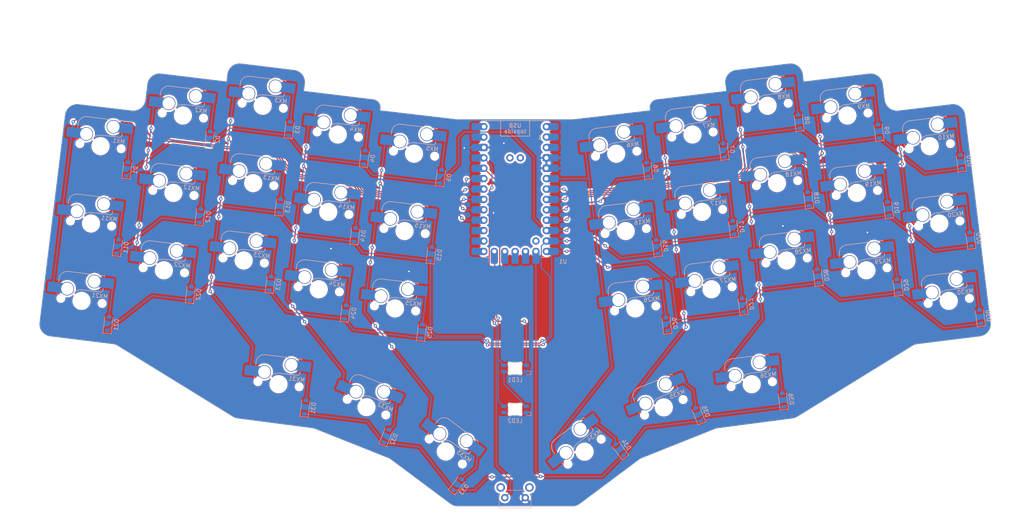
<source format=kicad_pcb>
(kicad_pcb (version 20240108) (generator "pcbnew") (generator_version "8.0")
  (layers (0 "F.Cu" signal) (31 "B.Cu" signal) (34 "B.Paste" user) (35 "F.Paste" user) (36 "B.SilkS" user "B.Silkscreen") (37 "F.SilkS" user "F.Silkscreen") (38 "B.Mask" user) (39 "F.Mask" user) (44 "Edge.Cuts" user))
  (net 0 "")
  (net 1 "ROW1")
  (net 2 "Net-(D1-A)")
  (net 3 "Net-(D2-A)")
  (net 4 "Net-(D3-A)")
  (net 5 "Net-(D4-A)")
  (net 6 "Net-(D5-A)")
  (net 7 "Net-(D6-A)")
  (net 8 "Net-(D7-A)")
  (net 9 "Net-(D8-A)")
  (net 10 "Net-(D9-A)")
  (net 11 "Net-(D10-A)")
  (net 12 "ROW2")
  (net 13 "Net-(D11-A)")
  (net 14 "Net-(D12-A)")
  (net 15 "Net-(D13-A)")
  (net 16 "Net-(D14-A)")
  (net 17 "Net-(D15-A)")
  (net 18 "Net-(D16-A)")
  (net 19 "Net-(D17-A)")
  (net 20 "Net-(D18-A)")
  (net 21 "Net-(D19-A)")
  (net 22 "Net-(D20-A)")
  (net 23 "ROW3")
  (net 24 "Net-(D21-A)")
  (net 25 "Net-(D22-A)")
  (net 26 "Net-(D23-A)")
  (net 27 "Net-(D24-A)")
  (net 28 "Net-(D25-A)")
  (net 29 "Net-(D26-A)")
  (net 30 "Net-(D27-A)")
  (net 31 "Net-(D28-A)")
  (net 32 "Net-(D29-A)")
  (net 33 "Net-(D30-A)")
  (net 34 "ROW4")
  (net 35 "Net-(D31-A)")
  (net 36 "Net-(D32-A)")
  (net 37 "Net-(D33-A)")
  (net 38 "Net-(D34-A)")
  (net 39 "Net-(D35-A)")
  (net 40 "Net-(D36-A)")
  (net 41 "5V")
  (net 44 "GND")
  (net 45 "3V3")
  (net 46 "Net-(LED1-DOUT)")
  (net 47 "RGB")
  (net 50 "COL1")
  (net 51 "COL2")
  (net 52 "COL3")
  (net 53 "COL4")
  (net 54 "COL5")
  (net 55 "COL6")
  (net 56 "COL7")
  (net 57 "COL8")
  (net 58 "COL9")
  (net 59 "COL10")
  (net 60 "RESET")
  (footprint "PCM_marbastlib-mx:SW_MX_HS_CPG151101S11_1u" (layer "B.Cu") (at 259.701515 115.74785 -173)
    (property "Reference" "MX18")
    (property "Value" "MX_SW_HS")
  )
  (footprint "PCM_marbastlib-mx:SW_MX_HS_CPG151101S11_1u" (layer "B.Cu") (at 257.380052 96.841036 -173)
    (property "Reference" "MX8")
    (property "Value" "MX_SW_HS")
  )
  (footprint "PCM_marbastlib-mx:SW_MX_HS_CPG151101S11_1u" (layer "B.Cu") (at 171.077674 108.555857 173)
    (property "Reference" "MX5")
    (property "Value" "MX_SW_HS")
  )
  (footprint "PCM_marbastlib-mx:SW_MX_HS_CPG151101S11_1u" (layer "B.Cu") (at 147.817369 141.690721 173)
    (property "Reference" "MX24")
    (property "Value" "MX_SW_HS")
  )
  (footprint "Diode_SMD:D_SOD-123" (layer "B.Cu") (at 284.536164 103.090323 97)
    (property "Reference" "D9")
    (property "Value" "1N4148W")
  )
  (footprint "Diode_SMD:D_SOD-123" (layer "B.Cu") (at 175.265897 133.059924 83)
    (property "Reference" "D15")
    (property "Value" "1N4148W")
  )
  (footprint "PCM_marbastlib-mx:SW_MX_HS_CPG151101S11_1u" (layer "B.Cu") (at 89.89347 144.527719 173)
    (property "Reference" "MX21")
    (property "Value" "MX_SW_HS")
  )
  (footprint "Diode_SMD:D_SOD-123" (layer "B.Cu") (at 118.834899 123.738235 83)
    (property "Reference" "D12")
    (property "Value" "1N4148W")
  )
  (footprint "PCM_marbastlib-mx:SW_MX_HS_CPG151101S11_1u" (layer "B.Cu") (at 243.695048 141.690721 -173)
    (property "Reference" "MX27")
    (property "Value" "MX_SW_HS")
  )
  (footprint "Diode_SMD:D_SOD-123" (layer "B.Cu") (at 286.857629 121.997135 97)
    (property "Reference" "D19")
    (property "Value" "1N4148W")
  )
  (footprint "Diode_SMD:D_SOD-123" (layer "B.Cu") (at 96.403158 150.124973 83)
    (property "Reference" "D21")
    (property "Value" "1N4148W")
  )
  (footprint "Diode_SMD:D_SOD-123" (layer "B.Cu") (at 164.314908 177.58364 68)
    (property "Reference" "D32")
    (property "Value" "1N4148W")
  )
  (footprint "PCM_marbastlib-mx:SW_MX_HS_CPG151101S11_1u" (layer "B.Cu") (at 212.705825 181.379528 -143)
    (property "Reference" "MX34")
    (property "Value" "MX_SW_HS")
  )
  (footprint "PCM_marbastlib-mx:SW_MX_HS_CPG151101S11_1u" (layer "B.Cu") (at 168.756211 127.46267 173)
    (property "Reference" "MX15")
    (property "Value" "MX_SW_HS")
  )
  (footprint "Diode_SMD:D_SOD-123" (layer "B.Cu") (at 156.648522 128.381163 83)
    (property "Reference" "D14")
    (property "Value" "1N4148W")
  )
  (footprint "PCM_marbastlib-mx:SW_MX_HS_CPG151101S11_1u" (layer "B.Cu") (at 112.325209 118.14098 173)
    (property "Reference" "MX12")
    (property "Value" "MX_SW_HS")
  )
  (footprint "PCM_marbastlib-mx:SW_MX_HS_CPG151101S11_1u" (layer "B.Cu") (at 241.373582 122.783907 -173)
    (property "Reference" "MX17")
    (property "Value" "MX_SW_HS")
  )
  (footprint "Diode_SMD:D_SOD-123" (layer "B.Cu") (at 181.665362 189.431893 53)
    (property "Reference" "D33")
    (property "Value" "1N4148W")
  )
  (footprint "PCM_marbastlib-mx:SW_MX_HS_CPG151101S11_1u" (layer "B.Cu") (at 166.434743 146.369483 173)
    (property "Reference" "MX25")
    (property "Value" "MX_SW_HS")
  )
  (footprint "PCM_marbastlib-mx:SW_MX_HS_CPG151101S11_1u" (layer "B.Cu") (at 276.865744 99.234166 -173)
    (property "Reference" "MX9")
    (property "Value" "MX_SW_HS")
  )
  (footprint "PCM_marbastlib-mx:SW_MX_HS_CPG151101S11_1u" (layer "B.Cu") (at 301.618946 144.52772 -173)
    (property "Reference" "MX30")
    (property "Value" "MX_SW_HS")
  )
  (footprint "PCM_marbastlib-mx:SW_MX_HS_CPG151101S11_1u" (layer "B.Cu") (at 150.138834 122.783907 173)
    (property "Reference" "MX14")
    (property "Value" "MX_SW_HS")
  )
  (footprint "PCM_marbastlib-mx:SW_MX_HS_CPG151101S11_1u" (layer "B.Cu") (at 281.508675 137.047794 -173)
    (property "Reference" "MX29")
    (property "Value" "MX_SW_HS")
  )
  (footprint "PCM_marbastlib-mx:SW_MX_HS_CPG151101S11_1u" (layer "B.Cu") (at 299.297482 125.620906 -173)
    (property "Reference" "MX20")
    (property "Value" "MX_SW_HS")
  )
  (footprint "PCM_marbastlib-mx:SW_MX_HS_CPG151101S11_1u" (layer "B.Cu") (at 92.214937 125.620906 173)
    (property "Reference" "MX11")
    (property "Value" "MX_SW_HS")
  )
  (footprint "Diode_SMD:D_SOD-123" (layer "B.Cu") (at 261.190823 168.741047 97)
    (property "Reference" "D36")
    (property "Value" "1N4148W")
  )
  (footprint "Diode_SMD:D_SOD-123" (layer "B.Cu") (at 138.320591 121.345103 83)
    (property "Reference" "D13")
    (property "Value" "1N4148W")
  )
  (footprint "Diode_SMD:D_SOD-123" (layer "B.Cu") (at 289.179096 140.903948 97)
    (property "Reference" "D29")
    (property "Value" "1N4148W")
  )
  (footprint "PCM_marbastlib-mx:SW_MX_HS_CPG151101S11_1u" (layer "B.Cu") (at 279.18721 118.140979 -173)
    (property "Reference" "MX19")
    (property "Value" "MX_SW_HS")
  )
  (footprint "Diode_SMD:D_SOD-123" (layer "B.Cu") (at 144.501702 170.482142 83)
    (property "Reference" "D31")
    (property "Value" "1N4148W")
  )
  (footprint "PCM_marbastlib-mx:SW_MX_HS_CPG151101S11_1u" (layer "B.Cu") (at 114.646676 99.234166 173)
    (property "Reference" "MX2")
    (property "Value" "MX_SW_HS")
  )
  (footprint "Diode_SMD:D_SOD-123" (layer "B.Cu") (at 306.967903 129.477062 97)
    (property "Reference" "D20")
    (property "Value" "1N4148W")
  )
  (footprint "PCM_marbastlib-mx:SW_MX_HS_CPG151101S11_1u" (layer "B.Cu") (at 137.992015 164.88489 173)
    (property "Reference" "MX31")
    (property "Value" "MX_SW_HS")
  )
  (footprint "Diode_SMD:D_SOD-123" (layer "B.Cu") (at 304.646437 110.570249 97)
    (property "Reference" "D10")
    (property "Value" "1N4148W")
  )
  (footprint "Diode_SMD:D_SOD-123" (layer "B.Cu") (at 267.371938 119.604002 97)
    (property "Reference" "D18")
    (property "Value" "1N4148W")
  )
  (footprint "PCM_marbastlib-mx:SW_MX_HS_CPG151101S11_1u" (layer "B.Cu") (at 159.475709 170.492279 158)
    (property "Reference" "MX32")
    (property "Value" "MX_SW_HS")
  )
  (footprint "PCM_marbastlib-mx:SW_MX_HS_CPG151101S11_1u" (layer "B.Cu") (at 232.056824 170.542422 -158)
    (property "Reference" "MX35")
    (property "Value" "MX_SW_HS")
  )
  (footprint "Diode_SMD:D_SOD-123" (layer "B.Cu") (at 221.276682 180.883843 127)
    (property "Reference" "D34")
    (property "Value" "1N4148W")
  )
  (footprint "PCM_marbastlib-mx:SW_MX_HS_CPG151101S11_1u" (layer "B.Cu") (at 225.077673 146.369484 -173)
    (property "Reference" "MX26")
    (property "Value" "MX_SW_HS")
  )
  (footprint "Diode_SMD:D_SOD-123" (layer "B.Cu") (at 101.04609 112.311349 83)
    (property "Reference" "D1")
    (property "Value" "1N4148W")
  )
  (footprint "Diode_SMD:D_SOD-123" (layer "B.Cu") (at 249.044002 126.640061 97)
    (property "Reference" "D17")
    (property "Value" "1N4148W")
  )
  (footprint "PCM_marbastlib-mx:SW_MX_HS_CPG151101S11_1u" (layer "B.Cu") (at 222.756207 127.462671 -173)
    (property "Reference" "MX16")
    (property "Value" "MX_SW_HS")
  )
  (footprint "Diode_SMD:D_SOD-123" (layer "B.Cu") (at 135.999125 140.251914 83)
    (property "Reference" "D23")
    (property "Value" "1N4148W")
  )
  (footprint "PCM_marbastlib-mx:SW_MX_HS_CPG151101S11_1u" (layer "B.Cu") (at 134.132366 96.841036 173)
    (property "Reference" "MX3")
    (property "Value" "MX_SW_HS")
  )
  (footprint "Diode_SMD:D_SOD-123" (layer "B.Cu") (at 154.327057 147.287976 83)
    (property "Reference" "D24")
    (property "Value" "1N4148W")
  )
  (footprint "PCM_marbastlib-mx:SW_MX_HS_CPG151101S11_1u" (layer "B.Cu") (at 129.489438 134.654663 173)
    (property "Reference" "MX23")
    (property "Value" "MX_SW_HS")
  )
  (footprint "PCM_marbastlib-mx:SW_MX_HS_CPG151101S11_1u" (layer "B.Cu") (at 262.022977 134.654667 -173)
    (property "Reference" "MX28")
    (property "Value" "MX_SW_HS")
  )
  (footprint "Diode_SMD:D_SOD-123" (layer "B.Cu") (at 228.105164 112.412011 97)
    (property "Reference" "D6")
    (property "Value" "1N4148W")
  )
  (footprint "PCM_marbastlib-mx:SW_MX_HS_CPG151101S11_1u" (layer "B.Cu") (at 253.520405 164.88489 -173)
    (property "Reference" "MX36")
    (property "Value" "MX_SW_HS")
  )
  (footprint "PCM_marbastlib-mx:SW_MX_HS_CPG151101S11_1u" (layer "B.Cu") (at 220.434742 108.555858 -173)
    (property "Reference" "MX6")
    (property "Value" "MX_SW_HS")
  )
  (footprint "fatboy:top_reset" (layer "B.Cu") (at 195.741162 191.365864)
    (property "Reference" "SW1" (hide yes))
    (property "Value" "SW_Push")
  )
  (footprint "Diode_SMD:D_SOD-123" (layer "B.Cu") (at 240.46393 172.281935 112)
    (property "Reference" "D35")
    (property "Value" "1N4148W")
  )
  (footprint "PCM_marbastlib-mx:SW_MX_HS_CPG151101S11_1u" (layer "B.Cu") (at 296.976018 106.714093 -173)
    (property "Reference" "MX10")
    (property "Value" "MX_SW_HS")
  )
  (footprint "Diode_SMD:D_SOD-123" (layer "B.Cu") (at 121.156365 104.831416 83)
    (property "Reference" "D2")
    (property "Value" "1N4148W")
  )
  (footprint "PCM_marbastlib-mx:SW_MX_HS_CPG151101S11_1u" (layer "B.Cu") (at 178.826434 181.329686 143)
    (property "Reference" "MX33")
    (property "Value" "MX_SW_HS")
  )
  (footprint "Diode_SMD:D_SOD-123" (layer "B.Cu") (at 269.693402 138.510821 97)
    (property "Reference" "D28")
    (property "Value" "1N4148W")
  )
  (footprint "PCM_marbastlib-mx:SW_MX_HS_CPG151101S11_1u" (layer "B.Cu") (at 152.4603 103.877094 173)
    (property "Reference" "MX4")
    (property "Value" "MX_SW_HS")
  )
  (footprint "Diode_SMD:D_SOD-123" (layer "B.Cu") (at 232.748097 150.225636 97)
    (property "Reference" "D26")
    (property "Value" "1N4148W")
  )
  (footprint "Diode_SMD:D_SOD-123" (layer "B.Cu") (at 309.289368 148.383874 97)
    (property "Reference" "D30")
    (property "Value" "1N4148W")
  )
  (footprint "PCM_marbastlib-mx:SW_MX_HS_CPG151101S11_1u" (layer "B.Cu") (at 94.536402 106.714093 173)
    (property "Reference" "MX1")
    (property "Value" "MX_SW_HS")
  )
  (footprint "PCM_marbastlib-xp-promicroish:Helios_ACH" (layer "B.Cu") (at 195.756209 118.462671 180)
    (property "Reference" "U1")
    (property "Value" "Helios")
  )
  (footprint "Diode_SMD:D_SOD-123" (layer "B.Cu") (at 116.505804 142.707181 83)
    (property "Reference" "D22")
    (property "Value" "1N4148W")
  )
  (footprint "Diode_SMD:D_SOD-123" (layer "B.Cu") (at 265.050473 100.697189 97)
    (property "Reference" "D8")
    (property "Value" "1N4148W")
  )
  (footprint "Diode_SMD:D_SOD-123" (layer "B.Cu") (at 246.722536 107.733252 97)
    (property "Reference" "D7")
    (property "Value" "1N4148W")
  )
  (footprint "PCM_marbastlib-mx:SW_MX_HS_CPG151101S11_1u" (layer "B.Cu") (at 131.810902 115.747851 173)
    (property "Reference" "MX13")
    (property "Value" "MX_SW_HS")
  )
  (footprint "PCM_marbastlib-mx:SW_MX_HS_CPG151101S11_1u" (layer "B.Cu") (at 239.052118 103.877094 -173)
    (property "Reference" "MX7")
    (property "Value" "MX_SW_HS")
  )
  (footprint "PCM_marbastlib-mx:SW_MX_HS_CPG151101S11_1u" (layer "B.Cu") (at 110.003745 137.047792 173)
    (property "Reference" "MX22")
    (property "Value" "MX_SW_HS")
  )
  (footprint "Diode_SMD:D_SOD-123" (layer "B.Cu") (at 172.944428 151.96674 83)
    (property "Reference" "D25")
    (property "Value" "1N4148W")
  )
  (footprint "PCM_marbastlib-various:LED_6028R" (layer "B.Cu") (at 195.75 161.025 180)
    (property "Reference" "LED1")
    (property "Value" "SK6812MINI-E")
    (fp_line (start 1.699999 0.702843) (end 1.699999 -0.702841) (stroke (width 0.1)) (layer "Edge.Cuts"))
    (fp_line (start 0.794452 -1.499999) (end -0.794452 -1.499999) (stroke (width 0.1)) (layer "Edge.Cuts"))
    (fp_line (start -0.794453 1.5) (end 0.794452 1.5) (stroke (width 0.1)) (layer "Edge.Cuts"))
    (fp_line (start -1.699999 -0.702841) (end -1.699999 0.702843) (stroke (width 0.1)) (layer "Edge.Cuts"))
    (fp_arc (start 1.749484 0.919721) (mid 1.712526 0.814069) (end 1.699999 0.702843) (stroke (width 0.1)) (layer "Edge.Cuts"))
    (fp_arc (start 1.749484 0.919721) (mid 1.638072 1.504036) (end 1.046711 1.5683) (stroke (width 0.1)) (layer "Edge.Cuts"))
    (fp_arc (start 1.699999 -0.702842) (mid 1.712536 -0.814064) (end 1.749484 -0.919719) (stroke (width 0.1)) (layer "Edge.Cuts"))
    (fp_arc (start 1.046711 -1.568296) (mid 1.63807 -1.504033) (end 1.749484 -0.919719) (stroke (width 0.1)) (layer "Edge.Cuts"))
    (fp_arc (start 1.04671 -1.568298) (mid 0.925122 -1.517376) (end 0.794452 -1.499999) (stroke (width 0.1)) (layer "Edge.Cuts"))
    (fp_arc (start 0.794453 1.500001) (mid 0.925123 1.517378) (end 1.046711 1.5683) (stroke (width 0.1)) (layer "Edge.Cuts"))
    (fp_arc (start -0.794452 -1.499999) (mid -0.925123 -1.517376) (end -1.046711 -1.568298) (stroke (width 0.1)) (layer "Edge.Cuts"))
    (fp_arc (start -1.046711 1.568299) (mid -0.925123 1.517377) (end -0.794453 1.5) (stroke (width 0.1)) (layer "Edge.Cuts"))
    (fp_arc (start -1.046711 1.568299) (mid -1.638071 1.504036) (end -1.749484 0.919721) (stroke (width 0.1)) (layer "Edge.Cuts"))
    (fp_arc (start -1.699999 0.702844) (mid -1.712527 0.814069) (end -1.749484 0.919721) (stroke (width 0.1)) (layer "Edge.Cuts"))
    (fp_arc (start -1.749484 -0.919718) (mid -1.638072 -1.504034) (end -1.046711 -1.568298) (stroke (width 0.1)) (layer "Edge.Cuts"))
    (fp_arc (start -1.749484 -0.919719) (mid -1.712527 -0.814067) (end -1.699999 -0.702841) (stroke (width 0.1)) (layer "Edge.Cuts"))
  )
  (footprint "Diode_SMD:D_SOD-123" (layer "B.Cu") (at 140.642056 102.43829 83)
    (property "Reference" "D3")
    (property "Value" "1N4148W")
  )
  (footprint "Diode_SMD:D_SOD-123" (layer "B.Cu") (at 177.587363 114.15311 83)
    (property "Reference" "D5")
    (property "Value" "1N4148W")
  )
  (footprint "Diode_SMD:D_SOD-123" (layer "B.Cu") (at 230.426631 131.318823 97)
    (property "Reference" "D16")
    (property "Value" "1N4148W")
  )
  (footprint "Diode_SMD:D_SOD-123" (layer "B.Cu") (at 98.724628 131.218161 83)
    (property "Reference" "D11")
    (property "Value" "1N4148W")
  )
  (footprint "Diode_SMD:D_SOD-123" (layer "B.Cu") (at 251.365468 145.546875 97)
    (property "Reference" "D27")
    (property "Value" "1N4148W")
  )
  (footprint "Diode_SMD:D_SOD-123" (layer "B.Cu") (at 158.96999 109.47435 83)
    (property "Reference" "D4")
    (property "Value" "1N4148W")
  )
  (footprint "PCM_marbastlib-various:LED_6028R" (layer "B.Cu") (at 195.749997 171.025004 180)
    (property "Reference" "LED2")
    (property "Value" "SK6812MINI-E")
    (fp_line (start 1.699999 0.702843) (end 1.699999 -0.702841) (stroke (width 0.1)) (layer "Edge.Cuts"))
    (fp_line (start 0.794452 -1.499999) (end -0.794452 -1.499999) (stroke (width 0.1)) (layer "Edge.Cuts"))
    (fp_line (start -0.794453 1.5) (end 0.794452 1.5) (stroke (width 0.1)) (layer "Edge.Cuts"))
    (fp_line (start -1.699999 -0.702841) (end -1.699999 0.702843) (stroke (width 0.1)) (layer "Edge.Cuts"))
    (fp_arc (start 1.749484 0.919721) (mid 1.712526 0.814069) (end 1.699999 0.702843) (stroke (width 0.1)) (layer "Edge.Cuts"))
    (fp_arc (start 1.749484 0.919721) (mid 1.638072 1.504036) (end 1.046711 1.5683) (stroke (width 0.1)) (layer "Edge.Cuts"))
    (fp_arc (start 1.699999 -0.702842) (mid 1.712536 -0.814064) (end 1.749484 -0.919719) (stroke (width 0.1)) (layer "Edge.Cuts"))
    (fp_arc (start 1.046711 -1.568296) (mid 1.63807 -1.504033) (end 1.749484 -0.919719) (stroke (width 0.1)) (layer "Edge.Cuts"))
    (fp_arc (start 1.04671 -1.568298) (mid 0.925122 -1.517376) (end 0.794452 -1.499999) (stroke (width 0.1)) (layer "Edge.Cuts"))
    (fp_arc (start 0.794453 1.500001) (mid 0.925123 1.517378) (end 1.046711 1.5683) (stroke (width 0.1)) (layer "Edge.Cuts"))
    (fp_arc (start -0.794452 -1.499999) (mid -0.925123 -1.517376) (end -1.046711 -1.568298) (stroke (width 0.1)) (layer "Edge.Cuts"))
    (fp_arc (start -1.046711 1.568299) (mid -0.925123 1.517377) (end -0.794453 1.5) (stroke (width 0.1)) (layer "Edge.Cuts"))
    (fp_arc (start -1.046711 1.568299) (mid -1.638071 1.504036) (end -1.749484 0.919721) (stroke (width 0.1)) (layer "Edge.Cuts"))
    (fp_arc (start -1.699999 0.702844) (mid -1.712527 0.814069) (end -1.749484 0.919721) (stroke (width 0.1)) (layer "Edge.Cuts"))
    (fp_arc (start -1.749484 -0.919718) (mid -1.638072 -1.504034) (end -1.046711 -1.568298) (stroke (width 0.1)) (layer "Edge.Cuts"))
    (fp_arc (start -1.749484 -0.919719) (mid -1.712527 -0.814067) (end -1.699999 -0.702841) (stroke (width 0.1)) (layer "Edge.Cuts"))
  )
  (gr_arc (start 262.647286 86.525571) (mid 264.853287 87.13775) (end 265.985097 89.127753) (stroke (width 0.1)) (layer "Edge.Cuts"))
  (gr_arc (start 264.659206 172.827904) (mid 264.088106 173.101439) (end 263.472317 173.249018) (stroke (width 0.1)) (layer "Edge.Cuts"))
  (gr_line (start 128.854642 86.525572) (end 141.817155 88.098858) (stroke (width 0.1)) (layer "Edge.Cuts"))
  (gr_arc (start 311.846604 149.843316) (mid 311.234126 152.053707) (end 309.239055 153.185387) (stroke (width 0.1)) (layer "Edge.Cuts"))
  (gr_arc (start 125.516827 89.127754) (mid 126.648694 87.137811) (end 128.854642 86.525572) (stroke (width 0.1)) (layer "Edge.Cuts"))
  (gr_line (start 230.358153 95.278902) (end 247.310964 93.215864) (stroke (width 0.1)) (layer "Edge.Cuts"))
  (gr_line (start 144.190964 93.215864) (end 161.143773 95.278902) (stroke (width 0.1)) (layer "Edge.Cuts"))
  (gr_line (start 266.210964 90.915861) (end 282.187819 88.976719) (stroke (width 0.1)) (layer "Edge.Cuts"))
  (gr_arc (start 85.877238 99.083244) (mid 87.003379 97.087812) (end 89.20959 96.469271) (stroke (width 0.1)) (layer "Edge.Cuts"))
  (gr_line (start 293.959078 155.085278) (end 309.239055 153.185387) (stroke (width 0.1)) (layer "Edge.Cuts"))
  (gr_line (start 247.310964 93.215864) (end 247.073936 91.483736) (stroke (width 0.1)) (layer "Edge.Cuts"))
  (gr_line (start 181.737541 194.715863) (end 209.764386 194.715861) (stroke (width 0.1)) (layer "Edge.Cuts"))
  (gr_line (start 226.727908 182.919482) (end 244.560694 175.805594) (stroke (width 0.1)) (layer "Edge.Cuts"))
  (gr_arc (start 105.975111 91.588397) (mid 107.104355 89.591843) (end 109.314109 88.976719) (stroke (width 0.1)) (layer "Edge.Cuts"))
  (gr_line (start 105.505977 95.400131) (end 105.975111 91.588397) (stroke (width 0.1)) (layer "Edge.Cuts"))
  (gr_line (start 228.660964 97.965864) (end 228.610088 97.467285) (stroke (width 0.1)) (layer "Edge.Cuts"))
  (gr_arc (start 164.774018 182.919478) (mid 165.12831 183.088455) (end 165.457501 183.302253) (stroke (width 0.1)) (layer "Edge.Cuts"))
  (gr_line (start 264.659206 172.827904) (end 292.755 155.508577) (stroke (width 0.1)) (layer "Edge.Cuts"))
  (gr_arc (start 228.610088 97.467285) (mid 229.037101 96.016018) (end 230.358153 95.278902) (stroke (width 0.1)) (layer "Edge.Cuts"))
  (gr_line (start 125.290962 90.915861) (end 125.516827 89.127754) (stroke (width 0.1)) (layer "Edge.Cuts"))
  (gr_line (start 249.684772 88.098855) (end 262.647286 86.525571) (stroke (width 0.1)) (layer "Edge.Cuts"))
  (gr_arc (start 292.755 155.508577) (mid 293.334266 155.232149) (end 293.959078 155.085278) (stroke (width 0.1)) (layer "Edge.Cuts"))
  (gr_line (start 181.815899 100.165865) (end 209.686027 100.165861) (stroke (width 0.1)) (layer "Edge.Cuts"))
  (gr_line (start 98.746926 155.508578) (end 126.84272 172.827907) (stroke (width 0.1)) (layer "Edge.Cuts"))
  (gr_arc (start 282.187819 88.976719) (mid 284.397558 89.591858) (end 285.526813 91.588396) (stroke (width 0.1)) (layer "Edge.Cuts"))
  (gr_arc (start 302.292338 96.469269) (mid 304.498555 97.087803) (end 305.62469 99.083243) (stroke (width 0.1)) (layer "Edge.Cuts"))
  (gr_arc (start 210.034712 100.145532) (mid 209.860666 100.160776) (end 209.686027 100.165861) (stroke (width 0.1)) (layer "Edge.Cuts"))
  (gr_line (start 128.029611 173.249019) (end 146.217008 175.617172) (stroke (width 0.1)) (layer "Edge.Cuts"))
  (gr_line (start 82.262871 153.185384) (end 97.542845 155.085275) (stroke (width 0.1)) (layer "Edge.Cuts"))
  (gr_arc (start 211.559453 194.119558) (mid 210.710147 194.562894) (end 209.764386 194.715861) (stroke (width 0.1)) (layer "Edge.Cuts"))
  (gr_arc (start 161.143773 95.278902) (mid 162.464827 96.016017) (end 162.891839 97.467285) (stroke (width 0.1)) (layer "Edge.Cuts"))
  (gr_arc (start 181.737541 194.715863) (mid 180.791784 194.56288) (end 179.942475 194.119554) (stroke (width 0.1)) (layer "Edge.Cuts"))
  (gr_line (start 89.20959 96.469271) (end 102.173805 98.012629) (stroke (width 0.1)) (layer "Edge.Cuts"))
  (gr_line (start 165.457501 183.302253) (end 179.942475 194.119554) (stroke (width 0.1)) (layer "Edge.Cuts"))
  (gr_line (start 285.526813 91.588396) (end 285.995951 95.400129) (stroke (width 0.1)) (layer "Edge.Cuts"))
  (gr_line (start 289.328123 98.012631) (end 302.292338 96.469269) (stroke (width 0.1)) (layer "Edge.Cuts"))
  (gr_line (start 144.427991 91.483736) (end 144.190964 93.215864) (stroke (width 0.1)) (layer "Edge.Cuts"))
  (gr_arc (start 105.505977 95.400131) (mid 104.379437 97.394549) (end 102.173805 98.012629) (stroke (width 0.1)) (layer "Edge.Cuts"))
  (gr_arc (start 128.029611 173.249019) (mid 127.413818 173.101448) (end 126.84272 172.827907) (stroke (width 0.1)) (layer "Edge.Cuts"))
  (gr_line (start 162.891839 97.467285) (end 162.840963 97.965861) (stroke (width 0.1)) (layer "Edge.Cuts"))
  (gr_line (start 211.559453 194.119558) (end 226.044425 183.30225) (stroke (width 0.1)) (layer "Edge.Cuts"))
  (gr_arc (start 146.217008 175.617172) (mid 146.585019 175.688714) (end 146.941235 175.805592) (stroke (width 0.1)) (layer "Edge.Cuts"))
  (gr_arc (start 289.328123 98.012631) (mid 287.122475 97.394568) (end 285.995951 95.400129) (stroke (width 0.1)) (layer "Edge.Cuts"))
  (gr_line (start 109.314109 88.976719) (end 125.290962 90.915861) (stroke (width 0.1)) (layer "Edge.Cuts"))
  (gr_arc (start 181.815899 100.165865) (mid 181.64126 100.160779) (end 181.467214 100.145529) (stroke (width 0.1)) (layer "Edge.Cuts"))
  (gr_line (start 245.28492 175.617169) (end 263.472317 173.249018) (stroke (width 0.1)) (layer "Edge.Cuts"))
  (gr_line (start 210.034712 100.145532) (end 228.660964 97.965864) (stroke (width 0.1)) (layer "Edge.Cuts"))
  (gr_arc (start 82.262871 153.185384) (mid 80.267824 152.053718) (end 79.655321 149.843316) (stroke (width 0.1)) (layer "Edge.Cuts"))
  (gr_line (start 162.840963 97.965861) (end 181.467214 100.145529) (stroke (width 0.1)) (layer "Edge.Cuts"))
  (gr_line (start 305.62469 99.083243) (end 311.846604 149.843316) (stroke (width 0.1)) (layer "Edge.Cuts"))
  (gr_line (start 146.941235 175.805592) (end 164.774018 182.919478) (stroke (width 0.1)) (layer "Edge.Cuts"))
  (gr_arc (start 141.817155 88.098858) (mid 143.831124 89.244757) (end 144.427991 91.483736) (stroke (width 0.1)) (layer "Edge.Cuts"))
  (gr_line (start 265.985097 89.127753) (end 266.210964 90.915861) (stroke (width 0.1)) (layer "Edge.Cuts"))
  (gr_arc (start 226.044425 183.30225) (mid 226.37362 183.088464) (end 226.727908 182.919482) (stroke (width 0.1)) (layer "Edge.Cuts"))
  (gr_line (start 79.655321 149.843316) (end 85.877238 99.083244) (stroke (width 0.1)) (layer "Edge.Cuts"))
  (gr_arc (start 244.560694 175.805594) (mid 244.916909 175.68871) (end 245.28492 175.617169) (stroke (width 0.1)) (layer "Edge.Cuts"))
  (gr_arc (start 97.542845 155.085275) (mid 98.167658 155.23215) (end 98.746926 155.508578) (stroke (width 0.1)) (layer "Edge.Cuts"))
  (gr_arc (start 247.073936 91.483736) (mid 247.670755 89.244743) (end 249.684772 88.098855) (stroke (width 0.1)) (layer "Edge.Cuts"))
  (segment (start 216.568875 120.179431) (end 213.636636 120.539465) (width 0.25) (layer "F.Cu") (net 1))
  (segment (start 213.636636 120.539465) (end 208.337264 127.322352) (width 0.25) (layer "F.Cu") (net 1))
  (via (at 208.337264 127.322352) (size 0.8) (drill 0.4) (layers "F.Cu" "B.Cu") (net 1))
  (via (at 216.568875 120.179431) (size 0.8) (drill 0.4) (layers "F.Cu" "B.Cu") (net 1))
  (segment (start 270.545033 106.470608) (end 284.73725 104.728023) (width 0.25) (layer "B.Cu") (net 1))
  (segment (start 140.440971 104.075992) (end 144.576683 109.369465) (width 0.25) (layer "B.Cu") (net 1))
  (segment (start 295.742104 113.325955) (end 284.73725 104.728023) (width 0.25) (layer "B.Cu") (net 1))
  (segment (start 230.374107 111.402975) (end 228.306251 114.049711) (width 0.25) (layer "B.Cu") (net 1))
  (segment (start 220.620659 114.993384) (end 216.568875 120.179431) (width 0.25) (layer "B.Cu") (net 1))
  (segment (start 160.836763 113.75879) (end 177.386278 115.790815) (width 0.25) (layer "B.Cu") (net 1))
  (segment (start 265.251557 102.33489) (end 251.059337 104.077478) (width 0.25) (layer "B.Cu") (net 1))
  (segment (start 111.84986 105.351114) (end 120.955279 106.469119) (width 0.25) (layer "B.Cu") (net 1))
  (segment (start 246.923618 109.370953) (end 230.374107 111.402975) (width 0.25) (layer "B.Cu") (net 1))
  (segment (start 200.35 109.3) (end 200.35 124.326462) (width 0.25) (layer "B.Cu") (net 1))
  (segment (start 208.306945 127.352671) (end 208.337264 127.322352) (width 0.25) (layer "B.Cu") (net 1))
  (segment (start 140.440971 104.075992) (end 126.248748 102.333405) (width 0.25) (layer "B.Cu") (net 1))
  (segment (start 194.317671 103.267671) (end 200.35 109.3) (width 0.25) (layer "B.Cu") (net 1))
  (segment (start 126.248748 102.333405) (end 120.955279 106.469119) (width 0.25) (layer "B.Cu") (net 1))
  (segment (start 251.059337 104.077478) (end 246.923618 109.370953) (width 0.25) (layer "B.Cu") (net 1))
  (segment (start 265.251557 102.33489) (end 270.545033 106.470608) (width 0.25) (layer "B.Cu") (net 1))
  (segment (start 200.35 124.326462) (end 203.376209 127.352671) (width 0.25) (layer "B.Cu") (net 1))
  (segment (start 182 104.55) (end 183.282329 103.267671) (width 0.25) (layer "B.Cu") (net 1))
  (segment (start 144.576683 109.369465) (end 158.768904 111.112049) (width 0.25) (layer "B.Cu") (net 1))
  (segment (start 182 111.17709) (end 182 104.55) (width 0.25) (layer "B.Cu") (net 1))
  (segment (start 177.386279 115.790811) (end 182 111.17709) (width 0.25) (layer "B.Cu") (net 1))
  (segment (start 228.306249 114.049712) (end 220.620659 114.993384) (width 0.25) (layer "B.Cu") (net 1))
  (segment (start 204.676209 127.35267) (end 208.306945 127.352671) (width 0.25) (layer "B.Cu") (net 1))
  (segment (start 304.847522 112.207952) (end 295.742104 113.325955) (width 0.25) (layer "B.Cu") (net 1))
  (segment (start 183.282329 103.267671) (end 194.317671 103.267671) (width 0.25) (layer "B.Cu") (net 1))
  (segment (start 100.845006 113.949049) (end 111.84986 105.351114) (width 0.25) (layer "B.Cu") (net 1))
  (segment (start 158.768904 111.112049) (end 160.836763 113.75879) (width 0.25) (layer "B.Cu") (net 1))
  (segment (start 101.200104 102.414145) (end 102.117188 103.587959) (width 0.25) (layer "B.Cu") (net 2))
  (segment (start 102.117188 103.587959) (end 101.247175 110.673647) (width 0.25) (layer "B.Cu") (net 2))
  (segment (start 122.227462 96.108032) (end 121.357448 103.193715) (width 0.25) (layer "B.Cu") (net 3))
  (segment (start 121.310378 94.934219) (end 122.227462 96.108032) (width 0.25) (layer "B.Cu") (net 3))
  (segment (start 140.796069 92.541084) (end 141.713154 93.714898) (width 0.25) (layer "B.Cu") (net 4))
  (segment (start 141.713154 93.714898) (end 140.843139 100.800588) (width 0.25) (layer "B.Cu") (net 4))
  (segment (start 160.041086 100.750958) (end 159.171073 107.836646) (width 0.25) (layer "B.Cu") (net 5))
  (segment (start 159.124001 99.577144) (end 160.041086 100.750958) (width 0.25) (layer "B.Cu") (net 5))
  (segment (start 177.741376 104.255907) (end 178.658461 105.42972) (width 0.25) (layer "B.Cu") (net 6))
  (segment (start 178.658461 105.42972) (end 177.788444 112.51541) (width 0.25) (layer "B.Cu") (net 6))
  (segment (start 227.034068 103.688624) (end 227.904081 110.774311) (width 0.25) (layer "B.Cu") (net 7))
  (segment (start 225.860253 102.771539) (end 227.034068 103.688624) (width 0.25) (layer "B.Cu") (net 7))
  (segment (start 244.477626 98.092776) (end 245.651439 99.009859) (width 0.25) (layer "B.Cu") (net 8))
  (segment (start 245.651439 99.009859) (end 246.521452 106.095548) (width 0.25) (layer "B.Cu") (net 8))
  (segment (start 262.805561 91.056717) (end 263.979376 91.973801) (width 0.25) (layer "B.Cu") (net 9))
  (segment (start 263.979376 91.973801) (end 264.849389 99.05949) (width 0.25) (layer "B.Cu") (net 9))
  (segment (start 282.291253 93.449845) (end 283.465069 94.366932) (width 0.25) (layer "B.Cu") (net 10))
  (segment (start 283.465069 94.366932) (end 284.335082 101.452618) (width 0.25) (layer "B.Cu") (net 10))
  (segment (start 302.401528 100.929774) (end 303.575336 101.846859) (width 0.25) (layer "B.Cu") (net 11))
  (segment (start 303.575336 101.846859) (end 304.445353 108.932548) (width 0.25) (layer "B.Cu") (net 11))
  (segment (start 217.754462 131.066092) (end 215.161867 129.040535) (width 0.25) (layer "F.Cu") (net 12))
  (segment (start 189.012652 154.287345) (end 189.575307 154.85) (width 0.25) (layer "F.Cu") (net 12))
  (segment (start 189.575307 154.85) (end 201.762665 154.85) (width 0.25) (layer "F.Cu") (net 12))
  (segment (start 201.762665 154.85) (end 202.39047 154.222195) (width 0.25) (layer "F.Cu") (net 12))
  (segment (start 215.161867 129.040535) (end 208.387264 129.872351) (width 0.25) (layer "F.Cu") (net 12))
  (via (at 217.754462 131.066092) (size 0.8) (drill 0.4) (layers "F.Cu" "B.Cu") (net 12))
  (via (at 189.012652 154.287345) (size 0.8) (drill 0.4) (layers "F.Cu" "B.Cu") (net 12))
  (via (at 208.387264 129.872351) (size 0.8) (drill 0.4) (layers "F.Cu" "B.Cu") (net 12))
  (via (at 202.39047 154.222195) (size 0.8) (drill 0.4) (layers "F.Cu" "B.Cu") (net 12))
  (segment (start 204.226209 138.55) (end 202.151209 136.475) (width 0.25) (layer "B.Cu") (net 12))
  (segment (start 158.515301 132.665601) (end 175.064814 134.697627) (width 0.25) (layer "B.Cu") (net 12))
  (segment (start 204.676209 129.892671) (end 208.366945 129.89267) (width 0.25) (layer "B.Cu") (net 12))
  (segment (start 298.063567 132.232771) (end 287.058711 123.634834) (width 0.25) (layer "B.Cu") (net 12))
  (segment (start 230.627715 132.956524) (end 221.593842 134.065744) (width 0.25) (layer "B.Cu") (net 12))
  (segment (start 202.151209 131.117671) (end 203.376209 129.892671) (width 0.25) (layer "B.Cu") (net 12))
  (segment (start 272.866497 125.377419) (end 287.058711 123.634834) (width 0.25) (layer "B.Cu") (net 12))
  (segment (start 109.528392 124.257928) (end 118.633816 125.375937) (width 0.25) (layer "B.Cu") (net 12))
  (segment (start 175.064813 134.697625) (end 175.064813 152.019254) (width 0.25) (layer "B.Cu") (net 12))
  (segment (start 253.380803 122.984292) (end 249.245088 128.277763) (width 0.25) (layer "B.Cu") (net 12))
  (segment (start 202.151209 136.475) (end 202.151209 131.117671) (width 0.25) (layer "B.Cu") (net 12))
  (segment (start 202.927805 154.222195) (end 204.226209 152.923791) (width 0.25) (layer "B.Cu") (net 12))
  (segment (start 267.573022 121.241703) (end 272.866497 125.377419) (width 0.25) (layer "B.Cu") (net 12))
  (segment (start 188.623741 154.287345) (end 189.012652 154.287345) (width 0.25) (layer "B.Cu") (net 12))
  (segment (start 307.168987 131.114767) (end 298.063567 132.232771) (width 0.25) (layer "B.Cu") (net 12))
  (segment (start 221.593842 134.065744) (end 217.754462 131.066092) (width 0.25) (layer "B.Cu") (net 12))
  (segment (start 187.490837 153.154441) (end 188.623741 154.287345) (width 0.25) (layer "B.Cu") (net 12))
  (segment (start 118.633816 125.375937) (end 123.927287 121.240222) (width 0.25) (layer "B.Cu") (net 12))
  (segment (start 176.2 153.154441) (end 187.490837 153.154441) (width 0.25) (layer "B.Cu") (net 12))
  (segment (start 267.573022 121.241703) (end 253.380803 122.984292) (width 0.25) (layer "B.Cu") (net 12))
  (segment (start 202.39047 154.222195) (end 202.927805 154.222195) (width 0.25) (layer "B.Cu") (net 12))
  (segment (start 98.52354 132.855864) (end 109.528392 124.257928) (width 0.25) (layer "B.Cu") (net 12))
  (segment (start 175.064813 152.019254) (end 176.2 153.154441) (width 0.25) (layer "B.Cu") (net 12))
  (segment (start 230.627715 132.956524) (end 232.695573 130.309787) (width 0.25) (layer "B.Cu") (net 12))
  (segment (start 232.695573 130.309787) (end 249.245088 128.277763) (width 0.25) (layer "B.Cu") (net 12))
  (segment (start 204.226209 152.923791) (end 204.226209 138.55) (width 0.25) (layer "B.Cu") (net 12))
  (segment (start 123.927287 121.240222) (end 138.119507 122.982804) (width 0.25) (layer "B.Cu") (net 12))
  (segment (start 138.119507 122.982804) (end 142.255218 128.276276) (width 0.25) (layer "B.Cu") (net 12))
  (segment (start 142.255218 128.276276) (end 156.44744 130.018864) (width 0.25) (layer "B.Cu") (net 12))
  (segment (start 208.366945 129.89267) (end 208.387264 129.872351) (width 0.25) (layer "B.Cu") (net 12))
  (segment (start 156.44744 130.018864) (end 158.515301 132.665601) (width 0.25) (layer "B.Cu") (net 12))
  (segment (start 99.795725 122.494775) (end 98.925712 129.580459) (width 0.25) (layer "B.Cu") (net 13))
  (segment (start 98.878638 121.320956) (end 99.795725 122.494775) (width 0.25) (layer "B.Cu") (net 13))
  (segment (start 119.905998 115.014849) (end 119.035985 122.100531) (width 0.25) (layer "B.Cu") (net 14))
  (segment (start 118.988911 113.841029) (end 119.905998 115.014849) (width 0.25) (layer "B.Cu") (net 14))
  (segment (start 139.391689 112.621712) (end 138.521673 119.707402) (width 0.25) (layer "B.Cu") (net 15))
  (segment (start 138.474605 111.447898) (end 139.391689 112.621712) (width 0.25) (layer "B.Cu") (net 15))
  (segment (start 156.802538 118.48396) (end 157.719621 119.657774) (width 0.25) (layer "B.Cu") (net 16))
  (segment (start 157.719621 119.657774) (end 156.849608 126.743462) (width 0.25) (layer "B.Cu") (net 16))
  (segment (start 176.336996 124.336533) (end 175.46698 131.422223) (width 0.25) (layer "B.Cu") (net 17))
  (segment (start 175.419911 123.162719) (end 176.336996 124.336533) (width 0.25) (layer "B.Cu") (net 17))
  (segment (start 229.355534 122.595438) (end 230.225546 129.681122) (width 0.25) (layer "B.Cu") (net 18))
  (segment (start 228.181717 121.678355) (end 229.355534 122.595438) (width 0.25) (layer "B.Cu") (net 18))
  (segment (start 246.799092 116.999591) (end 247.972905 117.916674) (width 0.25) (layer "B.Cu") (net 19))
  (segment (start 247.972905 117.916674) (end 248.842919 125.00236) (width 0.25) (layer "B.Cu") (net 19))
  (segment (start 265.127025 109.963534) (end 266.30084 110.880616) (width 0.25) (layer "B.Cu") (net 20))
  (segment (start 266.30084 110.880616) (end 267.170854 117.966301) (width 0.25) (layer "B.Cu") (net 20))
  (segment (start 285.78653 113.27374) (end 286.656545 120.359434) (width 0.25) (layer "B.Cu") (net 21))
  (segment (start 284.612717 112.356658) (end 285.78653 113.27374) (width 0.25) (layer "B.Cu") (net 21))
  (segment (start 304.722992 119.836588) (end 305.896803 120.753674) (width 0.25) (layer "B.Cu") (net 22))
  (segment (start 305.896803 120.753674) (end 306.766818 127.839361) (width 0.25) (layer "B.Cu") (net 22))
  (segment (start 212.715159 131.884813) (end 208.337263 132.422351) (width 0.25) (layer "F.Cu") (net 23))
  (segment (start 189 155.3) (end 202.5 155.3) (width 0.25) (layer "F.Cu") (net 23))
  (segment (start 218.40037 136.326587) (end 212.715159 131.884813) (width 0.25) (layer "F.Cu") (net 23))
  (segment (start 202.5 155.3) (end 202.6 155.2) (width 0.25) (layer "F.Cu") (net 23))
  (via (at 208.337263 132.422351) (size 0.8) (drill 0.4) (layers "F.Cu" "B.Cu") (net 23))
  (via (at 202.6 155.2) (size 0.8) (drill 0.4) (layers "F.Cu" "B.Cu") (net 23))
  (via (at 218.40037 136.326587) (size 0.8) (drill 0.4) (layers "F.Cu" "B.Cu") (net 23))
  (via (at 189 155.3) (size 0.8) (drill 0.4) (layers "F.Cu" "B.Cu") (net 23))
  (segment (start 96.202077 151.762674) (end 107.137163 143.219248) (width 0.25) (layer "B.Cu") (net 23))
  (segment (start 208.326945 132.432671) (end 208.337263 132.422351) (width 0.25) (layer "B.Cu") (net 23))
  (segment (start 269.894487 140.148522) (end 255.702266 141.891105) (width 0.25) (layer "B.Cu") (net 23))
  (segment (start 235.193798 149.1949) (end 234.039818 139.796482) (width 0.25) (layer "B.Cu") (net 23))
  (segment (start 187.304441 153.604441) (end 189 155.3) (width 0.25) (layer "B.Cu") (net 23))
  (segment (start 269.894487 140.148522) (end 275.187958 144.284235) (width 0.25) (layer "B.Cu") (net 23))
  (segment (start 309.490452 150.021578) (end 300.385032 151.139583) (width 0.25) (layer "B.Cu") (net 23))
  (segment (start 204.676209 153.123791) (end 204.676209 132.432671) (width 0.25) (layer "B.Cu") (net 23))
  (segment (start 255.702266 141.891105) (end 251.566553 147.184579) (width 0.25) (layer "B.Cu") (net 23))
  (segment (start 300.385032 151.139583) (end 289.380179 142.541647) (width 0.25) (layer "B.Cu") (net 23))
  (segment (start 234.039818 139.796482) (end 230.58513 137.097383) (width 0.25) (layer "B.Cu") (net 23))
  (segment (start 202.6 155.2) (end 204.676209 153.123791) (width 0.25) (layer "B.Cu") (net 23))
  (segment (start 235.017037 149.216604) (end 235.193798 149.1949) (width 0.25) (layer "B.Cu") (net 23))
  (segment (start 135.798041 141.889615) (end 121.667958 140.154659) (width 0.25) (layer "B.Cu") (net 23))
  (segment (start 139.933756 147.183089) (end 135.798041 141.889615) (width 0.25) (layer "B.Cu") (net 23))
  (segment (start 121.667958 140.154659) (end 116.304719 144.344883) (width 0.25) (layer "B.Cu") (net 23))
  (segment (start 172.743344 153.604441) (end 187.304441 153.604441) (width 0.25) (layer "B.Cu") (net 23))
  (segment (start 107.137163 143.219248) (end 116.304719 144.344883) (width 0.25) (layer "B.Cu") (net 23))
  (segment (start 275.187958 144.284235) (end 289.380179 142.541647) (width 0.25) (layer "B.Cu") (net 23))
  (segment (start 156.193835 151.572413) (end 154.125976 148.925677) (width 0.25) (layer "B.Cu") (net 23))
  (segment (start 172.743348 153.604439) (end 156.193835 151.572413) (width 0.25) (layer "B.Cu") (net 23))
  (segment (start 235.193798 149.1949) (end 251.566553 147.184579) (width 0.25) (layer "B.Cu") (net 23))
  (segment (start 230.58513 137.097383) (end 228.077695 135.138361) (width 0.25) (layer "B.Cu") (net 23))
  (segment (start 154.125976 148.925677) (end 139.933756 147.183089) (width 0.25) (layer "B.Cu") (net 23))
  (segment (start 232.949181 151.863337) (end 235.017037 149.216604) (width 0.25) (layer "B.Cu") (net 23))
  (segment (start 228.077695 135.138361) (end 218.40037 136.326587) (width 0.25) (layer "B.Cu") (net 23))
  (segment (start 204.676209 132.43267) (end 208.326945 132.432671) (width 0.25) (layer "B.Cu") (net 23))
  (segment (start 96.557174 140.227772) (end 97.474257 141.401586) (width 0.25) (layer "B.Cu") (net 24))
  (segment (start 97.474257 141.401586) (end 96.604245 148.487269) (width 0.25) (layer "B.Cu") (net 24))
  (segment (start 117.584527 133.921654) (end 116.706887 141.069477) (width 0.25) (layer "B.Cu") (net 25))
  (segment (start 116.667446 132.747845) (end 117.584527 133.921654) (width 0.25) (layer "B.Cu") (net 25))
  (segment (start 137.070224 131.528526) (end 136.200211 138.614216) (width 0.25) (layer "B.Cu") (net 26))
  (segment (start 136.153139 130.354713) (end 137.070224 131.528526) (width 0.25) (layer "B.Cu") (net 26))
  (segment (start 154.481074 137.390774) (end 155.398157 138.564588) (width 0.25) (layer "B.Cu") (net 27))
  (segment (start 155.398157 138.564588) (end 154.528144 145.650272) (width 0.25) (layer "B.Cu") (net 27))
  (segment (start 173.098445 142.069533) (end 174.01553 143.243346) (width 0.25) (layer "B.Cu") (net 28))
  (segment (start 174.01553 143.243346) (end 173.145516 150.329035) (width 0.25) (layer "B.Cu") (net 28))
  (segment (start 231.677 141.502251) (end 232.547012 148.587937) (width 0.25) (layer "B.Cu") (net 29))
  (segment (start 230.503183 140.585168) (end 231.677 141.502251) (width 0.25) (layer "B.Cu") (net 29))
  (segment (start 249.120558 135.906405) (end 250.294372 136.823487) (width 0.25) (layer "B.Cu") (net 30))
  (segment (start 250.294372 136.823487) (end 251.164385 143.909174) (width 0.25) (layer "B.Cu") (net 30))
  (segment (start 268.622304 129.787433) (end 269.492317 136.873117) (width 0.25) (layer "B.Cu") (net 31))
  (segment (start 267.448489 128.870348) (end 268.622304 129.787433) (width 0.25) (layer "B.Cu") (net 31))
  (segment (start 286.934183 131.263473) (end 288.107997 132.180558) (width 0.25) (layer "B.Cu") (net 32))
  (segment (start 288.107997 132.180558) (end 288.97801 139.266247) (width 0.25) (layer "B.Cu") (net 32))
  (segment (start 308.218271 139.660487) (end 309.088284 146.746173) (width 0.25) (layer "B.Cu") (net 33))
  (segment (start 307.044455 138.743404) (end 308.218271 139.660487) (width 0.25) (layer "B.Cu") (net 33))
  (segment (start 190.089114 187.544108) (end 201.889114 187.544106) (width 0.25) (layer "F.Cu") (net 34))
  (segment (start 201.889114 187.544106) (end 201.989112 187.444106) (width 0.25) (layer "F.Cu") (net 34))
  (via (at 190.089114 187.544108) (size 0.8) (drill 0.4) (layers "F.Cu" "B.Cu") (net 34))
  (via (at 201.989112 187.444106) (size 0.8) (drill 0.4) (layers "F.Cu" "B.Cu") (net 34))
  (segment (start 241.082031 173.811789) (end 227.52388 175.476518) (width 0.25) (layer "B.Cu") (net 34))
  (segment (start 159.711094 174.012014) (end 163.696809 179.113495) (width 0.25) (layer "B.Cu") (net 34))
  (segment (start 172.417817 180.184299) (end 180.672366 190.749641) (width 0.25) (layer "B.Cu") (net 34))
  (segment (start 180.672366 190.749641) (end 185.88358 190.749642) (width 0.25) (layer "B.Cu") (net 34))
  (segment (start 217.027163 187.444108) (end 222.269676 182.201592) (width 0.25) (layer "B.Cu") (net 34))
  (segment (start 241.893762 172.772817) (end 241.082031 173.811789) (width 0.25) (layer "B.Cu") (net 34))
  (segment (start 261.39191 170.378748) (end 241.893762 172.772817) (width 0.25) (layer "B.Cu") (net 34))
  (segment (start 200.836209 186.291202) (end 201.989112 187.444106) (width 0.25) (layer "B.Cu") (net 34))
  (segment (start 185.88358 190.749642) (end 189.089114 187.544108) (width 0.25) (layer "B.Cu") (net 34))
  (segment (start 227.52388 175.476518) (end 222.269677 182.201591) (width 0.25) (layer "B.Cu") (net 34))
  (segment (start 189.089114 187.544108) (end 190.089114 187.544108) (width 0.25) (layer "B.Cu") (net 34))
  (segment (start 200.836208 133.732671) (end 200.836209 186.291202) (width 0.25) (layer "B.Cu") (net 34))
  (segment (start 144.300618 172.119843) (end 159.711094 174.012014) (width 0.25) (layer "B.Cu") (net 34))
  (segment (start 201.989112 187.444106) (end 217.027163 187.444108) (width 0.25) (layer "B.Cu") (net 34))
  (segment (start 163.696809 179.113495) (end 172.417817 180.184299) (width 0.25) (layer "B.Cu") (net 34))
  (segment (start 144.655717 160.58494) (end 145.572801 161.758754) (width 0.25) (layer "B.Cu") (net 35))
  (segment (start 145.572801 161.758754) (end 144.702788 168.844444) (width 0.25) (layer "B.Cu") (net 35))
  (segment (start 164.93301 176.053786) (end 166.162084 175.093526) (width 0.25) (layer "B.Cu") (net 36))
  (segment (start 166.162084 175.093526) (end 167.025259 168.063539) (width 0.25) (layer "B.Cu") (net 36))
  (segment (start 182.658357 188.114145) (end 186.206562 185.34198) (width 0.25) (layer "B.Cu") (net 37))
  (segment (start 186.206562 185.34198) (end 186.747344 180.937668) (width 0.25) (layer "B.Cu") (net 37))
  (segment (start 220.093606 178.018004) (end 220.283685 179.566096) (width 0.25) (layer "B.Cu") (net 38))
  (segment (start 214.512295 173.657404) (end 220.093606 178.018004) (width 0.25) (layer "B.Cu") (net 38))
  (segment (start 239.297084 166.282906) (end 239.845829 170.752079) (width 0.25) (layer "B.Cu") (net 39))
  (segment (start 235.800373 163.550974) (end 239.297084 166.282906) (width 0.25) (layer "B.Cu") (net 39))
  (segment (start 260.119728 160.017657) (end 260.98974 167.103343) (width 0.25) (layer "B.Cu") (net 40))
  (segment (start 258.945915 159.100574) (end 260.119728 160.017657) (width 0.25) (layer "B.Cu") (net 40))
  (via (at 193 106) (size 0.8) (drill 0.4) (layers "F.Cu" "B.Cu") (net 44))
  (via (at 169.8518 137.3101) (size 0.8) (drill 0.4) (layers "F.Cu" "B.Cu") (net 44))
  (via (at 183.3447 107.1495) (size 0.8) (drill 0.4) (layers "F.Cu" "B.Cu") (net 44))
  (via (at 150.803 131.7542) (size 0.8) (drill 0.4) (layers "F.Cu" "B.Cu") (net 44))
  (via (at 261.1273 126.1983) (size 0.8) (drill 0.4) (layers "F.Cu" "B.Cu") (net 44))
  (via (at 190.488 123.0235) (size 0.8) (drill 0.4) (layers "F.Cu" "B.Cu") (net 44))
  (via (at 281.7635 127.7857) (size 0.8) (drill 0.4) (layers "F.Cu" "B.Cu") (net 44))
  (segment (start 183.461529 107.032671) (end 183.3447 107.1495) (width 0.25) (layer "B.Cu") (net 44))
  (segment (start 188.136209 107.032671) (end 183.461529 107.032671) (width 0.25) (layer "B.Cu") (net 44))
  (segment (start 191.590962 148.765861) (end 191.240964 148.415861) (width 0.25) (layer "F.Cu") (net 45))
  (segment (start 191.991206 115.967672) (end 188.136207 112.112669) (width 0.25) (layer "F.Cu") (net 45))
  (segment (start 191.240964 137.915863) (end 191.991209 137.165619) (width 0.25) (layer "F.Cu") (net 45))
  (segment (start 191.240964 148.415861) (end 191.240964 137.915863) (width 0.25) (layer "F.Cu") (net 45))
  (segment (start 191.991209 137.165619) (end 191.991206 115.967672) (width 0.25) (layer "F.Cu") (net 45))
  (via (at 191.590962 148.765861) (size 0.8) (drill 0.4) (layers "F.Cu" "B.Cu") (net 45))
  (segment (start 191.617564 151.342464) (end 191.617564 158.867564) (width 0.25) (layer "B.Cu") (net 45))
  (segment (start 191.617564 158.867564) (end 193.025 160.275) (width 0.25) (layer "B.Cu") (net 45))
  (segment (start 191.617564 158.867564) (end 191.617564 168.867571) (width 0.25) (layer "B.Cu") (net 45))
  (segment (start 191.617564 151.342464) (end 191.590964 151.315861) (width 0.25) (layer "B.Cu") (net 45))
  (segment (start 191.590962 148.765861) (end 191.590964 151.315861) (width 0.25) (layer "B.Cu") (net 45))
  (segment (start 191.617564 168.867571) (end 193.024997 170.275004) (width 0.25) (layer "B.Cu") (net 45))
  (segment (start 193.025 164.825007) (end 198.474997 170.275004) (width 0.25) (layer "B.Cu") (net 46))
  (segment (start 193.025 161.775) (end 193.025 164.825007) (width 0.25) (layer "B.Cu") (net 46))
  (segment (start 197.965961 149.490861) (end 197.990963 149.465864) (width 0.25) (layer "F.Cu") (net 47))
  (segment (start 190.790963 148.991169) (end 191.290659 149.490863) (width 0.25) (layer "F.Cu") (net 47))
  (segment (start 190.790964 132.547427) (end 190.790963 148.991169) (width 0.25) (layer "F.Cu") (net 47))
  (segment (start 190.676207 132.432671) (end 190.790964 132.547427) (width 0.25) (layer "F.Cu") (net 47))
  (segment (start 191.290659 149.490863) (end 197.965961 149.490861) (width 0.25) (layer "F.Cu") (net 47))
  (via (at 197.990963 149.465864) (size 0.8) (drill 0.4) (layers "F.Cu" "B.Cu") (net 47))
  (segment (start 198.481208 149.956107) (end 198.48121 160.26879) (width 0.25) (layer "B.Cu") (net 47))
  (segment (start 197.990963 149.465864) (end 198.481208 149.956107) (width 0.25) (layer "B.Cu") (net 47))
  (segment (start 198.48121 160.26879) (end 198.475 160.275) (width 0.25) (layer "B.Cu") (net 47))
  (segment (start 106.155642 104.924283) (end 136.825318 108.690046) (width 0.25) (layer "F.Cu") (net 50))
  (segment (start 102.585867 100.355183) (end 106.155642 104.924283) (width 0.25) (layer "F.Cu") (net 50))
  (segment (start 156.253216 116.213795) (end 158.081638 118.554065) (width 0.25) (layer "F.Cu") (net 50))
  (segment (start 180.384056 121.29246) (end 182.715941 124.277137) (width 0.25) (layer "F.Cu") (net 50))
  (segment (start 87.876206 100.765582) (end 90.327922 98.850096) (width 0.25) (layer "F.Cu") (net 50))
  (segment (start 136.825318 108.690046) (end 141.26577 114.373565) (width 0.25) (layer "F.Cu") (net 50))
  (segment (start 158.081638 118.554065) (end 180.384056 121.29246) (width 0.25) (layer "F.Cu") (net 50))
  (segment (start 90.327922 98.850096) (end 102.585867 100.355183) (width 0.25) (layer "F.Cu") (net 50))
  (segment (start 141.26577 114.373565) (end 156.253216 116.213795) (width 0.25) (layer "F.Cu") (net 50))
  (via (at 87.876206 100.765582) (size 0.8) (drill 0.4) (layers "F.Cu" "B.Cu") (net 50))
  (via (at 182.715941 124.277137) (size 0.8) (drill 0.4) (layers "F.Cu" "B.Cu") (net 50))
  (segment (start 87.848894 100.786922) (end 87.876206 100.765582) (width 0.25) (layer "B.Cu") (net 50))
  (segment (start 87.540809 103.296067) (end 85.219345 122.202884) (width 0.25) (layer "B.Cu") (net 50))
  (segment (start 183.251475 124.812671) (end 182.715941 124.277137) (width 0.25) (layer "B.Cu") (net 50))
  (segment (start 186.836209 124.812671) (end 183.251475 124.812671) (width 0.25) (layer "B.Cu") (net 50))
  (segment (start 87.540809 103.296067) (end 87.848894 100.786922) (width 0.25) (layer "B.Cu") (net 50))
  (segment (start 85.219345 122.202884) (end 82.89788 141.109697) (width 0.25) (layer "B.Cu") (net 50))
  (segment (start 156.493061 115.789863) (end 158.321485 118.130135) (width 0.25) (layer "F.Cu") (net 51))
  (segment (start 137.065166 108.266116) (end 141.505616 113.949635) (width 0.25) (layer "F.Cu") (net 51))
  (segment (start 108.195574 104.721376) (end 137.065166 108.266116) (width 0.25) (layer "F.Cu") (net 51))
  (segment (start 103.457179 130.183706) (end 103.500713 130.239427) (width 0.25) (layer "F.Cu") (net 51))
  (segment (start 141.505616 113.949635) (end 156.493061 115.789863) (width 0.25) (layer "F.Cu") (net 51))
  (segment (start 106.767921 103.008916) (end 108.096321 104.70919) (width 0.25) (layer "F.Cu") (net 51))
  (segment (start 158.321485 118.130135) (end 182.275108 121.071273) (width 0.25) (layer "F.Cu") (net 51))
  (segment (start 182.275108 121.071273) (end 182.952707 121.93856) (width 0.25) (layer "F.Cu") (net 51))
  (segment (start 106.211426 107.75216) (end 105.717855 111.771973) (width 0.25) (layer "F.Cu") (net 51))
  (segment (start 103.969029 126.015009) (end 103.457179 130.183706) (width 0.25) (layer "F.Cu") (net 51))
  (segment (start 108.096321 104.70919) (end 108.195574 104.721376) (width 0.25) (layer "F.Cu") (net 51))
  (segment (start 106.850098 102.339654) (end 106.767921 103.008916) (width 0.25) (layer "F.Cu") (net 51))
  (via (at 106.850098 102.339654) (size 0.8) (drill 0.4) (layers "F.Cu" "B.Cu") (net 51))
  (via (at 182.952707 121.93856) (size 0.8) (drill 0.4) (layers "F.Cu" "B.Cu") (net 51))
  (via (at 106.211426 107.75216) (size 0.8) (drill 0.4) (layers "F.Cu" "B.Cu") (net 51))
  (via (at 103.969029 126.015009) (size 0.8) (drill 0.4) (layers "F.Cu" "B.Cu") (net 51))
  (via (at 105.717855 111.771973) (size 0.8) (drill 0.4) (layers "F.Cu" "B.Cu") (net 51))
  (via (at 103.500713 130.239427) (size 0.8) (drill 0.4) (layers "F.Cu" "B.Cu") (net 51))
  (segment (start 103.500713 130.239427) (end 103.416341 130.305342) (width 0.25) (layer "B.Cu") (net 51))
  (segment (start 186.836209 122.272671) (end 183.286818 122.272671) (width 0.25) (layer "B.Cu") (net 51))
  (segment (start 106.189043 107.723512) (end 106.211426 107.75216) (width 0.25) (layer "B.Cu") (net 51))
  (segment (start 103.946645 125.986361) (end 103.969029 126.015009) (width 0.25) (layer "B.Cu") (net 51))
  (segment (start 105.689202 111.794357) (end 105.329615 114.722954) (width 0.25) (layer "B.Cu") (net 51))
  (segment (start 183.286818 122.272671) (end 182.952707 121.93856) (width 0.25) (layer "B.Cu") (net 51))
  (segment (start 107.651084 95.816143) (end 106.189043 107.723512) (width 0.25) (layer "B.Cu") (net 51))
  (segment (start 105.329615 114.722954) (end 103.946645 125.986361) (width 0.25) (layer "B.Cu") (net 51))
  (segment (start 103.416341 130.305342) (end 103.008152 133.629769) (width 0.25) (layer "B.Cu") (net 51))
  (segment (start 105.717855 111.771973) (end 105.689202 111.794357) (width 0.25) (layer "B.Cu") (net 51))
  (segment (start 137.305012 107.842186) (end 141.745463 113.525705) (width 0.25) (layer "F.Cu") (net 52))
  (segment (start 127.059166 106.584157) (end 137.305012 107.842186) (width 0.25) (layer "F.Cu") (net 52))
  (segment (start 156.732912 115.365935) (end 158.561333 117.706205) (width 0.25) (layer "F.Cu") (net 52))
  (segment (start 141.745463 113.525705) (end 148.869174 114.400387) (width 0.25) (layer "F.Cu") (net 52))
  (segment (start 126.289376 100.545328) (end 125.753149 104.912531) (width 0.25) (layer "F.Cu") (net 52))
  (segment (start 123.369725 123.913696) (end 123.413258 123.969417) (width 0.25) (layer "F.Cu") (net 52))
  (segment (start 125.753149 104.912531) (end 127.059166 106.584157) (width 0.25) (layer "F.Cu") (net 52))
  (segment (start 121.23877 142.089481) (end 121.325838 142.200922) (width 0.25) (layer "F.Cu") (net 52))
  (segment (start 179.084417 120.226126) (end 182.038625 120.588855) (width 0.25) (layer "F.Cu") (net 52))
  (segment (start 182.038625 120.588855) (end 183.233007 119.655704) (width 0.25) (layer "F.Cu") (net 52))
  (segment (start 148.869174 114.400387) (end 156.732912 115.365935) (width 0.25) (layer "F.Cu") (net 52))
  (segment (start 158.561333 117.706205) (end 179.084417 120.226126) (width 0.25) (layer "F.Cu") (net 52))
  (segment (start 121.653126 138.714821) (end 121.23877 142.089481) (width 0.25) (layer "F.Cu") (net 52))
  (segment (start 123.899857 119.596124) (end 123.369725 123.913696) (width 0.25) (layer "F.Cu") (net 52))
  (via (at 126.289376 100.545328) (size 0.8) (drill 0.4) (layers "F.Cu" "B.Cu") (net 52))
  (via (at 123.413258 123.969417) (size 0.8) (drill 0.4) (layers "F.Cu" "B.Cu") (net 52))
  (via (at 125.753149 104.912531) (size 0.8) (drill 0.4) (layers "F.Cu" "B.Cu") (net 52))
  (via (at 123.899857 119.596124) (size 0.8) (drill 0.4) (layers "F.Cu" "B.Cu") (net 52))
  (via (at 121.653126 138.714821) (size 0.8) (drill 0.4) (layers "F.Cu" "B.Cu") (net 52))
  (via (at 121.325838 142.200922) (size 0.8) (drill 0.4) (layers "F.Cu" "B.Cu") (net 52))
  (via (at 183.233007 119.655704) (size 0.8) (drill 0.4) (layers "F.Cu" "B.Cu") (net 52))
  (segment (start 183.309974 119.732671) (end 183.233007 119.655704) (width 0.25) (layer "B.Cu") (net 52))
  (segment (start 123.925588 119.576016) (end 123.899857 119.596124) (width 0.25) (layer "B.Cu") (net 52))
  (segment (start 124.81531 112.329823) (end 123.925588 119.576016) (width 0.25) (layer "B.Cu") (net 52))
  (segment (start 122.493847 131.236638) (end 121.586165 138.629114) (width 0.25) (layer "B.Cu") (net 52))
  (segment (start 123.413258 123.969417) (end 123.383273 123.992846) (width 0.25) (layer "B.Cu") (net 52))
  (segment (start 125.753149 104.912531) (end 125.723163 104.93596) (width 0.25) (layer "B.Cu") (net 52))
  (segment (start 125.723163 104.93596) (end 124.81531 112.329823) (width 0.25) (layer "B.Cu") (net 52))
  (segment (start 123.383273 123.992846) (end 122.493847 131.236638) (width 0.25) (layer "B.Cu") (net 52))
  (segment (start 126.265946 100.515341) (end 126.289376 100.545328) (width 0.25) (layer "B.Cu") (net 52))
  (segment (start 121.325838 142.200922) (end 131.727318 155.514205) (width 0.25) (layer "B.Cu") (net 52))
  (segment (start 127.136775 93.423007) (end 126.265946 100.515341) (width 0.25) (layer "B.Cu") (net 52))
  (segment (start 121.586165 138.629114) (end 121.653126 138.714821) (width 0.25) (layer "B.Cu") (net 52))
  (segment (start 186.836209 119.732671) (end 183.309974 119.732671) (width 0.25) (layer "B.Cu") (net 52))
  (segment (start 131.727318 155.514205) (end 130.996421 161.466865) (width 0.25) (layer "B.Cu") (net 52))
  (segment (start 144.124927 111.601348) (end 145.648612 113.551572) (width 0.25) (layer "F.Cu") (net 53))
  (segment (start 141.43363 145.828483) (end 144.350397 149.561774) (width 0.25) (layer "F.Cu") (net 53))
  (segment (start 158.80118 117.282275) (end 179.139257 119.779477) (width 0.25) (layer "F.Cu") (net 53))
  (segment (start 145.648612 113.551572) (end 156.97276 114.942006) (width 0.25) (layer "F.Cu") (net 53))
  (segment (start 144.350397 149.561774) (end 144.344304 149.611405) (width 0.25) (layer "F.Cu") (net 53))
  (segment (start 144.703807 106.886751) (end 144.124927 111.601348) (width 0.25) (layer "F.Cu") (net 53))
  (segment (start 180.306884 119.922845) (end 183.562933 117.378939) (width 0.25) (layer "F.Cu") (net 53))
  (segment (start 156.97276 114.942006) (end 158.80118 117.282275) (width 0.25) (layer "F.Cu") (net 53))
  (segment (start 179.139257 119.779477) (end 180.306884 119.922845) (width 0.25) (layer "F.Cu") (net 53))
  (segment (start 142.222889 126.681956) (end 141.851187 129.709222) (width 0.25) (layer "F.Cu") (net 53))
  (via (at 141.851187 129.709222) (size 0.8) (drill 0.4) (layers "F.Cu" "B.Cu") (net 53))
  (via (at 141.43363 145.828483) (size 0.8) (drill 0.4) (layers "F.Cu" "B.Cu") (net 53))
  (via (at 144.703807 106.886751) (size 0.8) (drill 0.4) (layers "F.Cu" "B.Cu") (net 53))
  (via (at 144.344304 149.611405) (size 0.8) (drill 0.4) (layers "F.Cu" "B.Cu") (net 53))
  (via (at 183.562933 117.378939) (size 0.8) (drill 0.4) (layers "F.Cu" "B.Cu") (net 53))
  (via (at 142.222889 126.681956) (size 0.8) (drill 0.4) (layers "F.Cu" "B.Cu") (net 53))
  (via (at 144.124927 111.601348) (size 0.8) (drill 0.4) (layers "F.Cu" "B.Cu") (net 53))
  (segment (start 145.464708 100.459071) (end 144.679336 106.855426) (width 0.25) (layer "B.Cu") (net 53))
  (segment (start 144.093605 111.625822) (end 143.143245 119.365885) (width 0.25) (layer "B.Cu") (net 53))
  (segment (start 140.103142 144.125537) (end 141.43363 145.828483) (width 0.25) (layer "B.Cu") (net 53))
  (segment (start 141.870247 129.733618) (end 140.82178 138.272698) (width 0.25) (layer "B.Cu") (net 53))
  (segment (start 141.851187 129.709222) (end 141.870247 129.733618) (width 0.25) (layer "B.Cu") (net 53))
  (segment (start 143.143245 119.365885) (end 142.247283 126.662896) (width 0.25) (layer "B.Cu") (net 53))
  (segment (start 183.749201 117.192671) (end 183.562933 117.378939) (width 0.25) (layer "B.Cu") (net 53))
  (segment (start 140.82178 138.272698) (end 140.103142 144.125537) (width 0.25) (layer "B.Cu") (net 53))
  (segment (start 142.247283 126.662896) (end 142.222889 126.681956) (width 0.25) (layer "B.Cu") (net 53))
  (segment (start 144.344304 149.611405) (end 154.018865 161.994276) (width 0.25) (layer "B.Cu") (net 53))
  (segment (start 144.679336 106.855426) (end 144.703807 106.886751) (width 0.25) (layer "B.Cu") (net 53))
  (segment (start 186.836209 117.192671) (end 183.749201 117.192671) (width 0.25) (layer "B.Cu") (net 53))
  (segment (start 144.124927 111.601348) (end 144.093605 111.625822) (width 0.25) (layer "B.Cu") (net 53))
  (segment (start 154.018865 161.994276) (end 153.603136 165.38013) (width 0.25) (layer "B.Cu") (net 53))
  (segment (start 164.107398 117.480417) (end 177.024 119.06638) (width 0.25) (layer "F.Cu") (net 54))
  (segment (start 162.801381 115.808794) (end 164.107398 117.480417) (width 0.25) (layer "F.Cu") (net 54))
  (segment (start 160.875847 131.491023) (end 160.437117 135.064192) (width 0.25) (layer "F.Cu") (net 54))
  (segment (start 177.024 119.06638) (end 179.144472 119.32674) (width 0.25) (layer "F.Cu") (net 54))
  (segment (start 163.141737 112.626556) (end 162.757848 115.753076) (width 0.25) (layer "F.Cu") (net 54))
  (segment (start 179.144472 119.32674) (end 183.767234 115.715042) (width 0.25) (layer "F.Cu") (net 54))
  (segment (start 162.757848 115.753076) (end 162.801381 115.808794) (width 0.25) (layer "F.Cu") (net 54))
  (segment (start 183.767234 115.715042) (end 183.879794 114.798319) (width 0.25) (layer "F.Cu") (net 54))
  (segment (start 161.649407 150.62794) (end 165.610989 155.698532) (width 0.25) (layer "F.Cu") (net 54))
  (via (at 160.875847 131.491023) (size 0.8) (drill 0.4) (layers "F.Cu" "B.Cu") (net 54))
  (via (at 161.649407 150.62794) (size 0.8) (drill 0.4) (layers "F.Cu" "B.Cu") (net 54))
  (via (at 163.141737 112.626556) (size 0.8) (drill 0.4) (layers "F.Cu" "B.Cu") (net 54))
  (via (at 183.879794 114.798319) (size 0.8) (drill 0.4) (layers "F.Cu" "B.Cu") (net 54))
  (via (at 162.801381 115.808794) (size 0.8) (drill 0.4) (layers "F.Cu" "B.Cu") (net 54))
  (via (at 160.437117 135.064192) (size 0.8) (drill 0.4) (layers "F.Cu" "B.Cu") (net 54))
  (via (at 165.610989 155.698532) (size 0.8) (drill 0.4) (layers "F.Cu" "B.Cu") (net 54))
  (segment (start 162.801381 115.808794) (end 162.768721 115.834314) (width 0.25) (layer "B.Cu") (net 54))
  (segment (start 162.768721 115.834314) (end 161.760617 124.044643) (width 0.25) (layer "B.Cu") (net 54))
  (segment (start 184.025442 114.652671) (end 183.879794 114.798319) (width 0.25) (layer "B.Cu") (net 54))
  (segment (start 164.082079 105.137831) (end 163.164793 112.608541) (width 0.25) (layer "B.Cu") (net 54))
  (segment (start 159.439149 142.951457) (end 158.924789 147.14059) (width 0.25) (layer "B.Cu") (net 54))
  (segment (start 165.610989 155.698532) (end 175.307405 168.109379) (width 0.25) (layer "B.Cu") (net 54))
  (segment (start 186.836209 114.652671) (end 184.025442 114.652671) (width 0.25) (layer "B.Cu") (net 54))
  (segment (start 160.404452 135.089713) (end 159.439149 142.951457) (width 0.25) (layer "B.Cu") (net 54))
  (segment (start 175.307405 168.109379) (end 174.477087 174.871791) (width 0.25) (layer "B.Cu") (net 54))
  (segment (start 160.437117 135.064192) (end 160.404452 135.089713) (width 0.25) (layer "B.Cu") (net 54))
  (segment (start 163.164793 112.608541) (end 163.141737 112.626556) (width 0.25) (layer "B.Cu") (net 54))
  (segment (start 160.850328 131.458363) (end 160.875847 131.491023) (width 0.25) (layer "B.Cu") (net 54))
  (segment (start 158.924789 147.14059) (end 161.649407 150.62794) (width 0.25) (layer "B.Cu") (net 54))
  (segment (start 161.760617 124.044643) (end 160.850328 131.458363) (width 0.25) (layer "B.Cu") (net 54))
  (segment (start 204.676209 114.65267) (end 213.677886 114.652671) (width 0.25) (layer "B.Cu") (net 55))
  (segment (start 219.424815 160.723198) (end 204.771125 179.479067) (width 0.25) (layer "B.Cu") (net 55))
  (segment (start 213.677886 114.652671) (end 213.758205 114.572352) (width 0.25) (layer "B.Cu") (net 55))
  (segment (start 204.771125 179.479067) (end 205.299256 183.78035) (width 0.25) (layer "B.Cu") (net 55))
  (segment (start 215.14152 125.838563) (end 217.462983 144.745379) (width 0.25) (layer "B.Cu") (net 55))
  (segment (start 217.462983 144.745379) (end 219.424815 160.723198) (width 0.25) (layer "B.Cu") (net 55))
  (segment (start 213.758205 114.572352) (end 215.14152 125.838563) (width 0.25) (layer "B.Cu") (net 55))
  (segment (start 212.820057 106.931749) (end 213.758205 114.572352) (width 0.25) (layer "B.Cu") (net 55))
  (segment (start 237.340881 150.770087) (end 237.508046 150.900688) (width 0.25) (layer "F.Cu") (net 56))
  (segment (start 209.049822 118.284647) (end 207.678372 117.213153) (width 0.25) (layer "F.Cu") (net 56))
  (segment (start 232.827381 113.190028) (end 230.947688 115.595926) (width 0.25) (layer "F.Cu") (net 56))
  (segment (start 215.373537 117.508191) (end 209.049822 118.284647) (width 0.25) (layer "F.Cu") (net 56))
  (segment (start 235.081085 131.955241) (end 235.136805 131.998775) (width 0.25) (layer "F.Cu") (net 56))
  (segment (start 236.950902 147.593939) (end 237.340881 150.770087) (width 0.25) (layer "F.Cu") (net 56))
  (segment (start 215.572046 117.483819) (end 215.373537 117.508191) (width 0.25) (layer "F.Cu") (net 56))
  (segment (start 234.557047 127.687293) (end 235.081085 131.955241) (width 0.25) (layer "F.Cu") (net 56))
  (segment (start 230.112845 115.698434) (end 215.572046 117.483819) (width 0.25) (layer "F.Cu") (net 56))
  (segment (start 232.38256 109.567232) (end 232.827381 113.190028) (width 0.25) (layer "F.Cu") (net 56))
  (segment (start 230.947688 115.595926) (end 230.112845 115.698434) (width 0.25) (layer "F.Cu") (net 56))
  (via (at 232.827381 113.190028) (size 0.8) (drill 0.4) (layers "F.Cu" "B.Cu") (net 56))
  (via (at 234.557047 127.687293) (size 0.8) (drill 0.4) (layers "F.Cu" "B.Cu") (net 56))
  (via (at 235.136805 131.998775) (size 0.8) (drill 0.4) (layers "F.Cu" "B.Cu") (net 56))
  (via (at 207.678372 117.213153) (size 0.8) (drill 0.4) (layers "F.Cu" "B.Cu") (net 56))
  (via (at 236.950902 147.593939) (size 0.8) (drill 0.4) (layers "F.Cu" "B.Cu") (net 56))
  (via (at 237.508046 150.900688) (size 0.8) (drill 0.4) (layers "F.Cu" "B.Cu") (net 56))
  (via (at 232.38256 109.567232) (size 0.8) (drill 0.4) (layers "F.Cu" "B.Cu") (net 56))
  (segment (start 224.386539 170.809716) (end 224.281251 170.94448) (width 0.25) (layer "B.Cu") (net 56))
  (segment (start 204.676209 117.192671) (end 207.65789 117.19267) (width 0.25) (layer "B.Cu") (net 56))
  (segment (start 235.136805 131.998775) (end 235.096144 132.050823) (width 0.25) (layer "B.Cu") (net 56))
  (segment (start 207.65789 117.19267) (end 207.678372 117.213153) (width 0.25) (layer "B.Cu") (net 56))
  (segment (start 232.827381 113.190028) (end 232.78672 113.242071) (width 0.25) (layer "B.Cu") (net 56))
  (segment (start 236.08036 140.066615) (end 236.997307 147.534543) (width 0.25) (layer "B.Cu") (net 56))
  (segment (start 231.437431 102.252985) (end 232.330515 109.526572) (width 0.25) (layer "B.Cu") (net 56))
  (segment (start 232.78672 113.242071) (end 233.758895 121.159798) (width 0.25) (layer "B.Cu") (net 56))
  (segment (start 236.997307 147.534543) (end 236.950902 147.593939) (width 0.25) (layer "B.Cu") (net 56))
  (segment (start 235.096144 132.050823) (end 236.08036 140.066615) (width 0.25) (layer "B.Cu") (net 56))
  (segment (start 234.55992 127.68362) (end 234.557047 127.687293) (width 0.25) (layer "B.Cu") (net 56))
  (segment (start 232.330515 109.526572) (end 232.38256 109.567232) (width 0.25) (layer "B.Cu") (net 56))
  (segment (start 224.056089 168.118405) (end 224.386539 170.809716) (width 0.25) (layer "B.Cu") (net 56))
  (segment (start 237.508046 150.900688) (end 224.056089 168.118405) (width 0.25) (layer "B.Cu") (net 56))
  (segment (start 233.758895 121.159798) (end 234.55992 127.68362) (width 0.25) (layer "B.Cu") (net 56))
  (segment (start 208.547557 118.799697) (end 207.921231 119.601356) (width 0.25) (layer "F.Cu") (net 57))
  (segment (start 255.700476 143.982018) (end 255.613408 144.093457) (width 0.25) (layer "F.Cu") (net 57))
  (segment (start 252.983669 121.445127) (end 253.434584 125.117547) (width 0.25) (layer "F.Cu") (net 57))
  (segment (start 251.297537 106.892139) (end 251.353257 106.935673) (width 0.25) (layer "F.Cu") (net 57))
  (segment (start 250.483439 113.650619) (end 215.329123 117.967024) (width 0.25) (layer "F.Cu") (net 57))
  (segment (start 250.740538 113.321549) (end 250.483439 113.650619) (width 0.25) (layer "F.Cu") (net 57))
  (segment (start 250.785685 102.723445) (end 251.297537 106.892139) (width 0.25) (layer "F.Cu") (net 57))
  (segment (start 215.329123 117.967024) (end 208.547557 118.799697) (width 0.25) (layer "F.Cu") (net 57))
  (segment (start 251.947638 111.776527) (end 250.740538 113.321549) (width 0.25) (layer "F.Cu") (net 57))
  (segment (start 251.353257 106.935673) (end 251.947638 111.776527) (width 0.25) (layer "F.Cu") (net 57))
  (segment (start 255.28612 140.607361) (end 255.700476 143.982018) (width 0.25) (layer "F.Cu") (net 57))
  (via (at 253.434584 125.117547) (size 0.8) (drill 0.4) (layers "F.Cu" "B.Cu") (net 57))
  (via (at 250.785685 102.723445) (size 0.8) (drill 0.4) (layers "F.Cu" "B.Cu") (net 57))
  (via (at 252.983669 121.445127) (size 0.8) (drill 0.4) (layers "F.Cu" "B.Cu") (net 57))
  (via (at 255.613408 144.093457) (size 0.8) (drill 0.4) (layers "F.Cu" "B.Cu") (net 57))
  (via (at 207.921231 119.601356) (size 0.8) (drill 0.4) (layers "F.Cu" "B.Cu") (net 57))
  (via (at 251.353257 106.935673) (size 0.8) (drill 0.4) (layers "F.Cu" "B.Cu") (net 57))
  (via (at 255.28612 140.607361) (size 0.8) (drill 0.4) (layers "F.Cu" "B.Cu") (net 57))
  (segment (start 253.434584 125.117547) (end 253.43692 125.11937) (width 0.25) (layer "B.Cu") (net 57))
  (segment (start 251.353257 106.935673) (end 251.224482 107.100498) (width 0.25) (layer "B.Cu") (net 57))
  (segment (start 207.789916 119.73267) (end 207.921231 119.601356) (width 0.25) (layer "B.Cu") (net 57))
  (segment (start 253.43692 125.11937) (end 254.408293 133.030558) (width 0.25) (layer "B.Cu") (net 57))
  (segment (start 255.613408 144.093457) (end 256.198381 148.857681) (width 0.25) (layer "B.Cu") (net 57))
  (segment (start 250.676582 102.638204) (end 250.785685 102.723445) (width 0.25) (layer "B.Cu") (net 57))
  (segment (start 245.775298 162.198614) (end 245.905717 163.260785) (width 0.25) (layer "B.Cu") (net 57))
  (segment (start 252.985495 121.44279) (end 252.983669 121.445127) (width 0.25) (layer "B.Cu") (net 57))
  (segment (start 256.198381 148.857681) (end 245.775298 162.198614) (width 0.25) (layer "B.Cu") (net 57))
  (segment (start 252.086829 114.123743) (end 252.985495 121.44279) (width 0.25) (layer "B.Cu") (net 57))
  (segment (start 204.676208 119.732671) (end 207.789916 119.73267) (width 0.25) (layer "B.Cu") (net 57))
  (segment (start 254.408293 133.030558) (end 255.331476 140.549302) (width 0.25) (layer "B.Cu") (net 57))
  (segment (start 249.765365 95.216927) (end 250.676582 102.638204) (width 0.25) (layer "B.Cu") (net 57))
  (segment (start 251.224482 107.100498) (end 252.086829 114.123743) (width 0.25) (layer "B.Cu") (net 57))
  (segment (start 255.331476 140.549302) (end 255.28612 140.607361) (width 0.25) (layer "B.Cu") (net 57))
  (segment (start 210.58749 119.002605) (end 250.723287 114.074549) (width 0.25) (layer "F.Cu") (net 58))
  (segment (start 255.258545 108.269679) (end 253.2283 110.868275) (width 0.25) (layer "F.Cu") (net 58))
  (segment (start 257.924918 107.942292) (end 255.258545 108.269679) (width 0.25) (layer "F.Cu") (net 58))
  (segment (start 272.539339 123.577784) (end 273.039003 127.647226) (width 0.25) (layer "F.Cu") (net 58))
  (segment (start 270.187261 104.421646) (end 270.674738 108.391828) (width 0.25) (layer "F.Cu") (net 58))
  (segment (start 268.423166 111.388563) (end 267.97652 111.443404) (width 0.25) (layer "F.Cu") (net 58))
  (segment (start 262.675635 107.358977) (end 257.924918 107.942292) (width 0.25) (layer "F.Cu") (net 58))
  (segment (start 210.58749 119.002605) (end 208.176277 122.088815) (width 0.25) (layer "F.Cu") (net 58))
  (segment (start 263.407587 107.930837) (end 262.675635 107.358977) (width 0.25) (layer "F.Cu") (net 58))
  (segment (start 270.674738 108.391828) (end 270.730458 108.435362) (width 0.25) (layer "F.Cu") (net 58))
  (segment (start 267.97652 111.443404) (end 267.91339 111.451158) (width 0.25) (layer "F.Cu") (net 58))
  (segment (start 253.2283 110.868275) (end 250.723287 114.074549) (width 0.25) (layer "F.Cu") (net 58))
  (segment (start 267.91339 111.451158) (end 263.407587 107.930837) (width 0.25) (layer "F.Cu") (net 58))
  (segment (start 270.730458 108.435362) (end 268.423166 111.388563) (width 0.25) (layer "F.Cu") (net 58))
  (via (at 270.187261 104.421646) (size 0.8) (drill 0.4) (layers "F.Cu" "B.Cu") (net 58))
  (via (at 208.176277 122.088815) (size 0.8) (drill 0.4) (layers "F.Cu" "B.Cu") (net 58))
  (via (at 270.730458 108.435362) (size 0.8) (drill 0.4) (layers "F.Cu" "B.Cu") (net 58))
  (via (at 273.039003 127.647226) (size 0.8) (drill 0.4) (layers "F.Cu" "B.Cu") (net 58))
  (via (at 272.539339 123.577784) (size 0.8) (drill 0.4) (layers "F.Cu" "B.Cu") (net 58))
  (segment (start 272.428899 123.491501) (end 272.539339 123.577784) (width 0.25) (layer "B.Cu") (net 58))
  (segment (start 271.572521 116.51687) (end 272.428899 123.491501) (width 0.25) (layer "B.Cu") (net 58))
  (segment (start 204.676209 122.27267) (end 207.992422 122.272671) (width 0.25) (layer "B.Cu") (net 58))
  (segment (start 270.60064 108.601526) (end 271.572521 116.51687) (width 0.25) (layer "B.Cu") (net 58))
  (segment (start 270.730458 108.435362) (end 270.60064 108.601526) (width 0.25) (layer "B.Cu") (net 58))
  (segment (start 270.076819 104.335357) (end 270.187261 104.421646) (width 0.25) (layer "B.Cu") (net 58))
  (segment (start 207.992422 122.272671) (end 208.176277 122.088815) (width 0.25) (layer "B.Cu") (net 58))
  (segment (start 272.952718 127.757665) (end 273.893986 135.423683) (width 0.25) (layer "B.Cu") (net 58))
  (segment (start 273.039003 127.647226) (end 272.952718 127.757665) (width 0.25) (layer "B.Cu") (net 58))
  (segment (start 269.251055 97.610057) (end 270.076819 104.335357) (width 0.25) (layer "B.Cu") (net 58))
  (segment (start 289.809081 107.503318) (end 290.241717 111.026857) (width 0.25) (layer "F.Cu") (net 59))
  (segment (start 292.464953 129.543936) (end 292.421418 129.599657) (width 0.25) (layer "F.Cu") (net 59))
  (segment (start 267.783225 111.920519) (end 262.545472 107.828338) (width 0.25) (layer "F.Cu") (net 59))
  (segment (start 262.545472 107.828338) (end 255.498394 108.693611) (width 0.25) (layer "F.Cu") (net 59))
  (segment (start 212.627423 119.205511) (end 208.38779 124.631996) (width 0.25) (layer "F.Cu") (net 59))
  (segment (start 283.988675 111.794634) (end 281.927004 110.183881) (width 0.25) (layer "F.Cu") (net 59))
  (segment (start 255.498394 108.693611) (end 251.536814 113.764199) (width 0.25) (layer "F.Cu") (net 59))
  (segment (start 292.062784 126.268532) (end 292.464953 129.543936) (width 0.25) (layer "F.Cu") (net 59))
  (segment (start 281.927004 110.183881) (end 267.783225 111.920519) (width 0.25) (layer "F.Cu") (net 59))
  (segment (start 290.241717 111.026857) (end 283.988675 111.794634) (width 0.25) (layer "F.Cu") (net 59))
  (segment (start 212.627423 119.205511) (end 250.963134 114.498479) (width 0.25) (layer "F.Cu") (net 59))
  (segment (start 251.536814 113.764199) (end 250.963134 114.498479) (width 0.25) (layer "F.Cu") (net 59))
  (via (at 292.062784 126.268532) (size 0.8) (drill 0.4) (layers "F.Cu" "B.Cu") (net 59))
  (via (at 290.241717 111.026857) (size 0.8) (drill 0.4) (layers "F.Cu" "B.Cu") (net 59))
  (via (at 292.421418 129.599657) (size 0.8) (drill 0.4) (layers "F.Cu" "B.Cu") (net 59))
  (via (at 208.38779 124.631996) (size 0.8) (drill 0.4) (layers "F.Cu" "B.Cu") (net 59))
  (via (at 289.809081 107.503318) (size 0.8) (drill 0.4) (layers "F.Cu" "B.Cu") (net 59))
  (segment (start 290.11085 111.194356) (end 291.682794 123.996797) (width 0.25) (layer "B.Cu") (net 59))
  (segment (start 290.241717 111.026857) (end 290.11085 111.194356) (width 0.25) (layer "B.Cu") (net 59))
  (segment (start 292.377621 129.655712) (end 294.00426 142.903612) (width 0.25) (layer "B.Cu") (net 59))
  (segment (start 208.207114 124.81267) (end 208.38779 124.631996) (width 0.25) (layer "B.Cu") (net 59))
  (segment (start 291.951006 126.181203) (end 292.062784 126.268532) (width 0.25) (layer "B.Cu") (net 59))
  (segment (start 289.361329 105.089984) (end 289.641582 107.372452) (width 0.25) (layer "B.Cu") (net 59))
  (segment (start 292.421418 129.599657) (end 292.377621 129.655712) (width 0.25) (layer "B.Cu") (net 59))
  (segment (start 291.682794 123.996797) (end 291.951006 126.181203) (width 0.25) (layer "B.Cu") (net 59))
  (segment (start 204.676209 124.81267) (end 208.207114 124.81267) (width 0.25) (layer "B.Cu") (net 59))
  (segment (start 289.641582 107.372452) (end 289.809081 107.503318) (width 0.25) (layer "B.Cu") (net 59))
  (segment (start 190.340961 149.566471) (end 190.712952 149.938459) (width 0.25) (layer "F.Cu") (net 60))
  (segment (start 190.340964 138.165864) (end 190.340961 149.566471) (width 0.25) (layer "F.Cu") (net 60))
  (segment (start 189.451209 117.505616) (end 189.451209 137.276109) (width 0.25) (layer "F.Cu") (net 60))
  (segment (start 190.090964 116.865862) (end 189.451209 117.505616) (width 0.25) (layer "F.Cu") (net 60))
  (segment (start 189.451209 137.276109) (end 190.340964 138.165864) (width 0.25) (layer "F.Cu") (net 60))
  (via (at 190.712952 149.938459) (size 0.8) (drill 0.4) (layers "F.Cu" "B.Cu") (net 60))
  (via (at 190.090964 116.865862) (size 0.8) (drill 0.4) (layers "F.Cu" "B.Cu") (net 60))
  (segment (start 191.140962 184.715861) (end 194.590964 188.165862) (width 0.25) (layer "B.Cu") (net 60))
  (segment (start 190.09096 111.527426) (end 190.090964 116.865862) (width 0.25) (layer "B.Cu") (net 60))
  (segment (start 194.590964 191.266063) (end 193.241164 192.615861) (width 0.25) (layer "B.Cu") (net 60))
  (segment (start 194.590964 188.165862) (end 194.590964 191.266063) (width 0.25) (layer "B.Cu") (net 60))
  (segment (start 188.136207 109.572672) (end 190.09096 111.527426) (width 0.25) (layer "B.Cu") (net 60))
  (segment (start 191.140964 150.366474) (end 191.140962 184.715861) (width 0.25) (layer "B.Cu") (net 60))
  (segment (start 190.712952 149.938459) (end 191.140964 150.366474) (width 0.25) (layer "B.Cu") (net 60))
  (zone (net 44) (net_name "GND") (layers "F&B.Cu") (connect_pads (clearance 0.5)) (min_thickness 0.25) (fill yes (thermal_gap 0.5) (thermal_bridge_width 0.5))
    (polygon (pts (xy 70 71) (xy 320 71) (xy 320 199) (xy 71 200)))
  )
)
</source>
